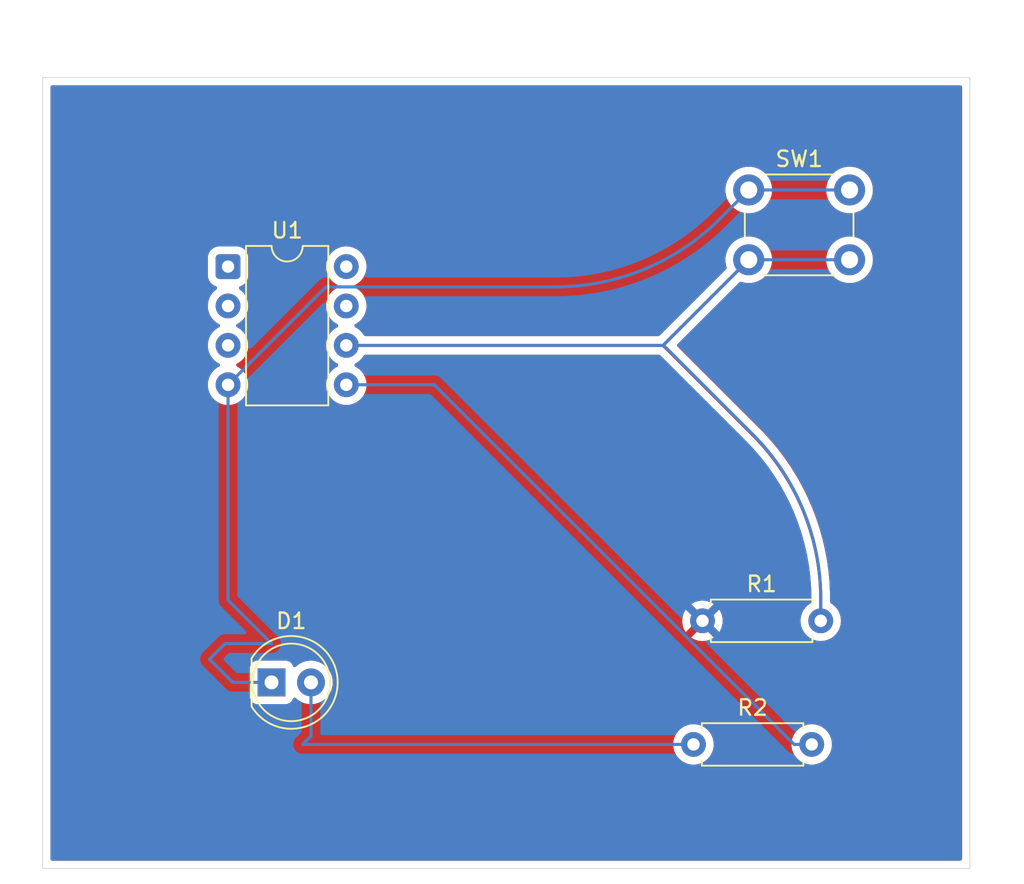
<source format=kicad_pcb>
(kicad_pcb (version 20241229) (generator "pcbnew") (generator_version "9.0")
  (layers (0 "F.Cu" signal) (2 "B.Cu" signal) (13 "F.Paste" user) (15 "B.Paste" user) (5 "F.SilkS" user "F.Silkscreen") (7 "B.SilkS" user "B.Silkscreen") (1 "F.Mask" user) (3 "B.Mask" user) (25 "Edge.Cuts" user))
  (net 0 "")
  (net 1 "Net-(D1-A)")
  (net 2 "VDD")
  (net 3 "Net-(U1-PB1)")
  (net 4 "Net-(U1-AREF{slash}PB0)")
  (net 5 "+3.3V")
  (footprint "LED_THT:LED_D5.0mm" (layer "F.Cu") (at 108.5 98)
    (property "Reference" "D1" (at 1.27 -3.96 0) (layer "F.SilkS"))
    (property "Value" "LED")
    (fp_line (start -1.29 -1.545) (end -1.29 1.545) (stroke (width 0.12)) (layer "F.SilkS"))
    (fp_arc (start -1.29 -1.54483) (mid 2.071779 -2.880495) (end 4.26 0) (stroke (width 0.12)) (layer "F.SilkS"))
    (fp_arc (start 4.26 0) (mid 2.071779 2.880495) (end -1.29 1.54483) (stroke (width 0.12)) (layer "F.SilkS"))
    (fp_circle (center 1.27 0) (end 3.77 0) (stroke (width 0.12)) (fill no) (layer "F.SilkS"))
    (pad "1" thru_hole rect (at 0 0) (size 1.8 1.8) (drill 0.9) (layers "*.Cu" "*.Mask") (net 1 "Net-(D1-A)"))
    (pad "2" thru_hole circle (at 2.54 0) (size 1.8 1.8) (drill 0.9) (layers "*.Cu" "*.Mask") (net 1 "Net-(D1-A)"))
  )
  (footprint "Resistor_THT:R_Axial_DIN0207_L6.3mm_D2.5mm_P7.62mm_Horizontal" (layer "F.Cu") (at 135.69 102)
    (property "Reference" "R2" (at 3.81 -2.37 0) (layer "F.SilkS"))
    (property "Value" "330Ω")
    (fp_line (start 0.54 -1.37) (end 7.08 -1.37) (stroke (width 0.12)) (layer "F.SilkS"))
    (fp_line (start 0.54 -1.04) (end 0.54 -1.37) (stroke (width 0.12)) (layer "F.SilkS"))
    (fp_line (start 0.54 1.04) (end 0.54 1.37) (stroke (width 0.12)) (layer "F.SilkS"))
    (fp_line (start 0.54 1.37) (end 7.08 1.37) (stroke (width 0.12)) (layer "F.SilkS"))
    (fp_line (start 7.08 -1.37) (end 7.08 -1.04) (stroke (width 0.12)) (layer "F.SilkS"))
    (fp_line (start 7.08 1.37) (end 7.08 1.04) (stroke (width 0.12)) (layer "F.SilkS"))
    (pad "1" thru_hole circle (at 0 0) (size 1.6 1.6) (drill 0.8) (layers "*.Cu" "*.Mask") (net 1 "Net-(D1-A)"))
    (pad "2" thru_hole circle (at 7.62 0) (size 1.6 1.6) (drill 0.8) (layers "*.Cu" "*.Mask") (net 4 "Net-(U1-AREF{slash}PB0)"))
  )
  (footprint "Button_Switch_THT:SW_PUSH_6mm_H5mm" (layer "F.Cu") (at 139.25 66.25)
    (property "Reference" "SW1" (at 3.25 -2 0) (layer "F.SilkS"))
    (property "Value" "SW_Push")
    (fp_line (start -0.25 1.5) (end -0.25 3) (stroke (width 0.12)) (layer "F.SilkS"))
    (fp_line (start 1 5.5) (end 5.5 5.5) (stroke (width 0.12)) (layer "F.SilkS"))
    (fp_line (start 5.5 -1) (end 1 -1) (stroke (width 0.12)) (layer "F.SilkS"))
    (fp_line (start 6.75 3) (end 6.75 1.5) (stroke (width 0.12)) (layer "F.SilkS"))
    (pad "1" thru_hole circle (at 0 0 90) (size 2 2) (drill 1.1) (layers "*.Cu" "*.Mask") (net 1 "Net-(D1-A)"))
    (pad "1" thru_hole circle (at 6.5 0 90) (size 2 2) (drill 1.1) (layers "*.Cu" "*.Mask") (net 1 "Net-(D1-A)"))
    (pad "2" thru_hole circle (at 0 4.5 90) (size 2 2) (drill 1.1) (layers "*.Cu" "*.Mask") (net 3 "Net-(U1-PB1)"))
    (pad "2" thru_hole circle (at 6.5 4.5 90) (size 2 2) (drill 1.1) (layers "*.Cu" "*.Mask") (net 3 "Net-(U1-PB1)"))
  )
  (footprint "Resistor_THT:R_Axial_DIN0207_L6.3mm_D2.5mm_P7.62mm_Horizontal" (layer "F.Cu") (at 136.27 94.03)
    (property "Reference" "R1" (at 3.81 -2.37 0) (layer "F.SilkS"))
    (property "Value" "10kΩ")
    (fp_line (start 0.54 -1.37) (end 7.08 -1.37) (stroke (width 0.12)) (layer "F.SilkS"))
    (fp_line (start 0.54 -1.04) (end 0.54 -1.37) (stroke (width 0.12)) (layer "F.SilkS"))
    (fp_line (start 0.54 1.04) (end 0.54 1.37) (stroke (width 0.12)) (layer "F.SilkS"))
    (fp_line (start 0.54 1.37) (end 7.08 1.37) (stroke (width 0.12)) (layer "F.SilkS"))
    (fp_line (start 7.08 -1.37) (end 7.08 -1.04) (stroke (width 0.12)) (layer "F.SilkS"))
    (fp_line (start 7.08 1.37) (end 7.08 1.04) (stroke (width 0.12)) (layer "F.SilkS"))
    (pad "1" thru_hole circle (at 0 0) (size 1.6 1.6) (drill 0.8) (layers "*.Cu" "*.Mask") (net 2 "VDD"))
    (pad "2" thru_hole circle (at 7.62 0) (size 1.6 1.6) (drill 0.8) (layers "*.Cu" "*.Mask") (net 3 "Net-(U1-PB1)"))
  )
  (footprint "Package_DIP:DIP-8_W7.62mm" (layer "F.Cu") (at 105.695 71.19)
    (property "Reference" "U1" (at 3.81 -2.33 0) (layer "F.SilkS"))
    (property "Value" "ATtiny85-20P")
    (fp_line (start 1.16 -1.33) (end 1.16 8.95) (stroke (width 0.12)) (layer "F.SilkS"))
    (fp_line (start 1.16 8.95) (end 6.46 8.95) (stroke (width 0.12)) (layer "F.SilkS"))
    (fp_line (start 2.81 -1.33) (end 1.16 -1.33) (stroke (width 0.12)) (layer "F.SilkS"))
    (fp_line (start 6.46 -1.33) (end 4.81 -1.33) (stroke (width 0.12)) (layer "F.SilkS"))
    (fp_line (start 6.46 8.95) (end 6.46 -1.33) (stroke (width 0.12)) (layer "F.SilkS"))
    (fp_arc (start 4.81 -1.33) (mid 3.81 -0.33) (end 2.81 -1.33) (stroke (width 0.12)) (layer "F.SilkS"))
    (pad "1" thru_hole roundrect (at 0 0) (size 1.6 1.6) (drill 0.8) (layers "*.Cu" "*.Mask") (roundrect_rratio 0.15625))
    (pad "2" thru_hole circle (at 0 2.54) (size 1.6 1.6) (drill 0.8) (layers "*.Cu" "*.Mask"))
    (pad "3" thru_hole circle (at 0 5.08) (size 1.6 1.6) (drill 0.8) (layers "*.Cu" "*.Mask"))
    (pad "4" thru_hole circle (at 0 7.62) (size 1.6 1.6) (drill 0.8) (layers "*.Cu" "*.Mask") (net 1 "Net-(D1-A)"))
    (pad "5" thru_hole circle (at 7.62 7.62) (size 1.6 1.6) (drill 0.8) (layers "*.Cu" "*.Mask") (net 4 "Net-(U1-AREF{slash}PB0)"))
    (pad "6" thru_hole circle (at 7.62 5.08) (size 1.6 1.6) (drill 0.8) (layers "*.Cu" "*.Mask") (net 3 "Net-(U1-PB1)"))
    (pad "7" thru_hole circle (at 7.62 2.54) (size 1.6 1.6) (drill 0.8) (layers "*.Cu" "*.Mask"))
    (pad "8" thru_hole circle (at 7.62 0) (size 1.6 1.6) (drill 0.8) (layers "*.Cu" "*.Mask") (net 5 "+3.3V"))
  )
  (gr_rect (start 93.75 59) (end 153.5 110) (stroke (width 0.05)) (fill no) (layer "Edge.Cuts"))
  (segment (start 112.005 72.5) (end 126.786797 72.5) (width 0.2) (layer "B.Cu") (net 1))
  (segment (start 110.5 102) (end 111.04 101.46) (width 0.2) (layer "B.Cu") (net 1))
  (segment (start 105.695 78.81) (end 112.005 72.5) (width 0.2) (layer "B.Cu") (net 1))
  (segment (start 111.04 101.46) (end 111.04 98) (width 0.2) (layer "B.Cu") (net 1))
  (segment (start 108.5 95.5) (end 105.5 95.5) (width 0.2) (layer "B.Cu") (net 1))
  (segment (start 105.695 78.81) (end 105.695 92.695) (width 0.2) (layer "B.Cu") (net 1))
  (segment (start 137.393399 68.106601) (end 139.25 66.25) (width 0.2) (layer "B.Cu") (net 1))
  (segment (start 105.695 92.695) (end 108.5 95.5) (width 0.2) (layer "B.Cu") (net 1))
  (segment (start 145.75 66.25) (end 139.25 66.25) (width 0.2) (layer "B.Cu") (net 1))
  (segment (start 135.69 102) (end 110.5 102) (width 0.2) (layer "B.Cu") (net 1))
  (segment (start 105.5 95.5) (end 104.5 96.5) (width 0.2) (layer "B.Cu") (net 1))
  (segment (start 104.5 96.5) (end 106 98) (width 0.2) (layer "B.Cu") (net 1))
  (segment (start 106 98) (end 108.5 98) (width 0.2) (layer "B.Cu") (net 1))
  (arc (start 126.786797 72.5) (mid 132.527049 71.358193) (end 137.393399 68.106601) (width 0.2) (layer "B.Cu") (net 1))
  (segment (start 133.73 76.27) (end 139.25 70.75) (width 0.2) (layer "F.Cu") (net 3))
  (segment (start 139.496601 82.036601) (end 133.73 76.27) (width 0.2) (layer "F.Cu") (net 3))
  (segment (start 113.315 76.27) (end 133.73 76.27) (width 0.2) (layer "F.Cu") (net 3))
  (segment (start 143.89 94.03) (end 143.89 92.643203) (width 0.2) (layer "F.Cu") (net 3))
  (arc (start 143.89 92.643203) (mid 142.748193 86.902951) (end 139.496601 82.036601) (width 0.2) (layer "F.Cu") (net 3))
  (segment (start 133.77 76.27) (end 133.73 76.27) (width 0.2) (layer "B.Cu") (net 3))
  (segment (start 133.73 76.27) (end 113.315 76.27) (width 0.2) (layer "B.Cu") (net 3))
  (segment (start 139.496601 81.996601) (end 133.77 76.27) (width 0.2) (layer "B.Cu") (net 3))
  (segment (start 139.25 70.75) (end 133.73 76.27) (width 0.2) (layer "B.Cu") (net 3))
  (segment (start 139.25 70.75) (end 145.75 70.75) (width 0.2) (layer "B.Cu") (net 3))
  (segment (start 143.89 94.03) (end 143.89 92.603203) (width 0.2) (layer "B.Cu") (net 3))
  (arc (start 143.89 92.603203) (mid 142.748193 86.862951) (end 139.496601 81.996601) (width 0.2) (layer "B.Cu") (net 3))
  (segment (start 118.98863 78.81) (end 113.315 78.81) (width 0.2) (layer "B.Cu") (net 4))
  (segment (start 142.17863 102) (end 118.98863 78.81) (width 0.2) (layer "B.Cu") (net 4))
  (segment (start 143.31 102) (end 142.17863 102) (width 0.2) (layer "B.Cu") (net 4))
  (zone (net 2) (net_name "VDD") (layers "F.Cu" "B.Cu") (connect_pads (clearance 0.5)) (min_thickness 0.25) (fill yes (thermal_gap 0.5) (thermal_bridge_width 0.5))
    (polygon (pts (xy 92.5 55) (xy 91 54) (xy 155 55) (xy 157 111) (xy 91.5 111) (xy 91.5 54)))
  )
)
</source>
